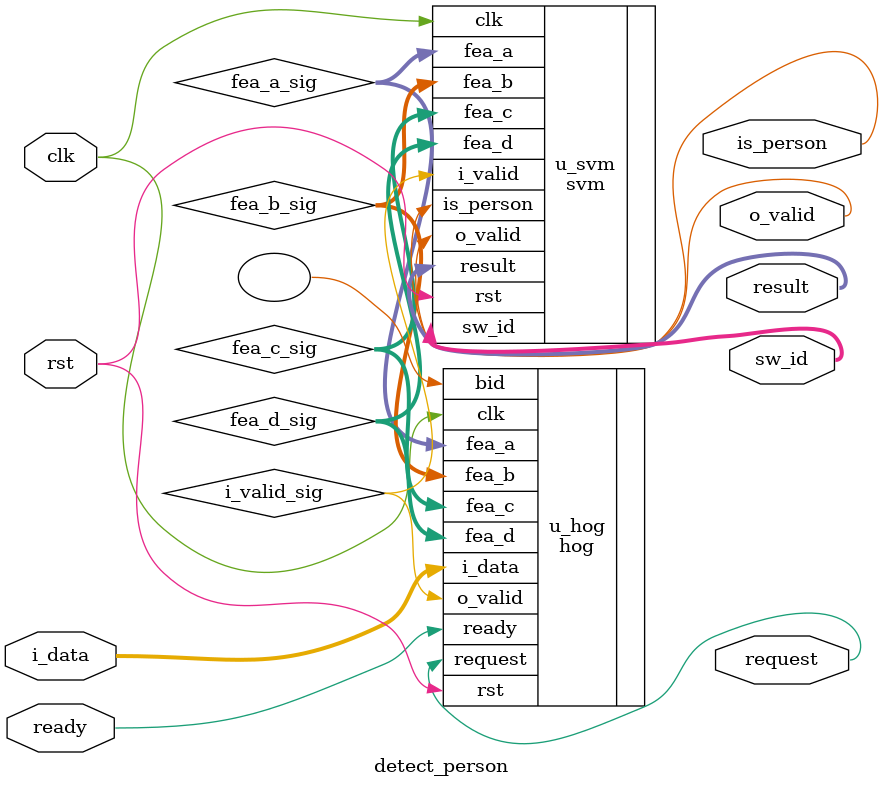
<source format=v>
module detect_person#(
    parameter PIX_W = 8, // pixel width
    parameter PIX_N = 96, // the number of pixels
    parameter MAG_I = 9, // integer part of magnitude
    parameter MAG_F = 16,// fraction part of magnitude
    parameter TAN_W = 19, // tan width
    parameter BIN_I =   16, // integer part of bin
    parameter BIN_F =   16, // fractional part of bin
    parameter ADDR_W =  11, // address width of cells
    parameter BID_W =   13, // block id width
    parameter FEA_I =   4, // integer part of hog feature
    parameter FEA_F =   28, // fractional part of hog feature
    parameter SW_W  = 11 // slide window width
)(
    input                                       clk,
    input                                       rst,
    input                                       ready,
    input   [PIX_W * PIX_N - 1 : 0]             i_data,
    output                                      request,
    output                                      is_person,
    output                                      o_valid,
    output [(FEA_I + FEA_F) - 1 : 0]            result,
    output [SW_W - 1 : 0]                       sw_id // slide window index
);
    wire [9 * (FEA_I + FEA_F) - 1 : 0]          fea_a_sig;
    wire [9 * (FEA_I + FEA_F) - 1 : 0]          fea_b_sig;
    wire [9 * (FEA_I + FEA_F) - 1 : 0]          fea_c_sig;
    wire [9 * (FEA_I + FEA_F) - 1 : 0]          fea_d_sig;
    wire     i_valid_sig;
    
    hog #(
        .PIX_W      (PIX_W),
        .PIX_N      (PIX_N),
        .MAG_I      (MAG_I),
        .MAG_F      (MAG_F),
        .TAN_W      (TAN_W),
        .BIN_I      (BIN_I),
        .BIN_F      (BIN_F),
        .ADDR_W     (ADDR_W),
        .BID_W      (BID_W),
        .FEA_I      (FEA_I),
        .FEA_F      (FEA_F)
    ) u_hog (
        .clk        (clk),
        .rst        (rst),
        .ready      (ready),
        .i_data     (i_data),
        .request    (request),
        .bid        (),
        .fea_a      (fea_a_sig),
        .fea_b      (fea_b_sig),
        .fea_c      (fea_c_sig),
        .fea_d      (fea_d_sig),
        .o_valid    (i_valid_sig)
    );

    svm #(
        .FEA_I      (FEA_I),
        .FEA_F      (FEA_F),
        .SW_W       (SW_W)
    ) u_svm (
        .clk        (clk),
        .rst        (rst),
        .fea_a      (fea_a_sig),
        .fea_b      (fea_b_sig),
        .fea_c      (fea_c_sig),
        .fea_d      (fea_d_sig),
        .i_valid    (i_valid_sig),
        .is_person  (is_person),
        .o_valid    (o_valid),
        .result     (result),
        .sw_id      (sw_id)
    );
endmodule
</source>
